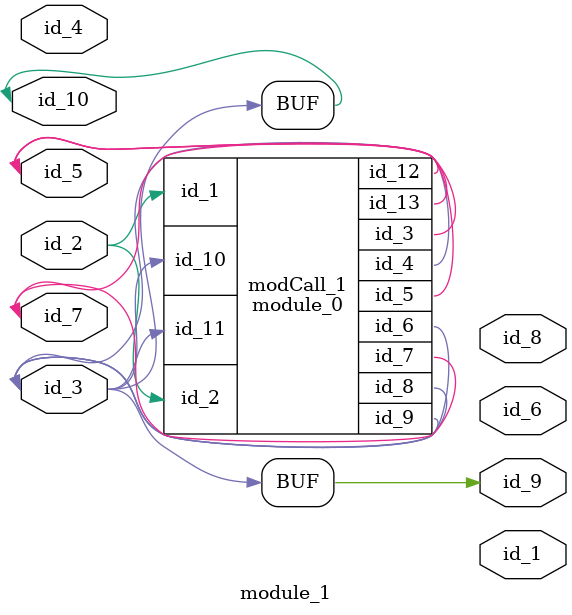
<source format=v>
module module_0 (
    id_1,
    id_2,
    id_3,
    id_4,
    id_5,
    id_6,
    id_7,
    id_8,
    id_9,
    id_10,
    id_11,
    id_12,
    id_13
);
  inout wire id_13;
  inout wire id_12;
  input wire id_11;
  input wire id_10;
  output wire id_9;
  inout wire id_8;
  inout wire id_7;
  inout wire id_6;
  output wire id_5;
  output wire id_4;
  inout wire id_3;
  input wire id_2;
  input wire id_1;
endmodule
module module_1 (
    id_1,
    id_2,
    id_3,
    id_4,
    id_5,
    id_6,
    id_7,
    id_8,
    id_9,
    id_10
);
  inout wire id_10;
  output wire id_9;
  output wire id_8;
  inout wire id_7;
  output wire id_6;
  inout wire id_5;
  input wire id_4;
  input wire id_3;
  input wire id_2;
  output wire id_1;
  assign id_9 = id_10;
  assign id_9 = id_3;
  module_0 modCall_1 (
      id_2,
      id_2,
      id_5,
      id_9,
      id_5,
      id_10,
      id_7,
      id_10,
      id_10,
      id_10,
      id_10,
      id_5,
      id_7
  );
  wire id_11, id_12;
endmodule

</source>
